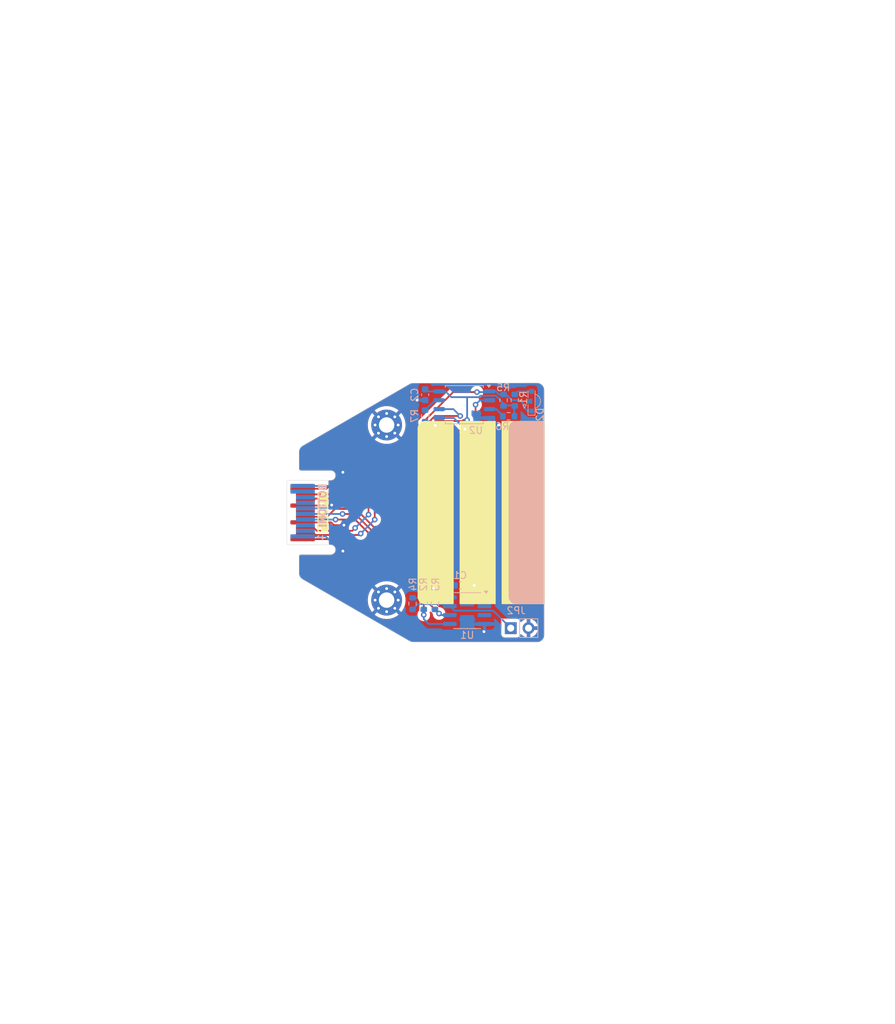
<source format=kicad_pcb>
(kicad_pcb (version 20240108) (generator "pcbnew") (generator_version "8.0")
  (layers (0 "F.Cu" signal) (31 "B.Cu" signal) (34 "B.Paste" user) (35 "F.Paste" user) (36 "B.SilkS" user "B.Silkscreen") (37 "F.SilkS" user "F.Silkscreen") (38 "B.Mask" user) (39 "F.Mask" user) (44 "Edge.Cuts" user))
  (net 0 "")
  (net 1 "+3.3V")
  (net 2 "GND")
  (net 3 "/SDA")
  (net 4 "/SCL")
  (net 8 "/HS_F")
  (net 9 "/HS_G")
  (net 11 "/HS_H")
  (net 12 "/HS_I")
  (net 13 "Net-(D2-A)")
  (net 15 "Net-(JP2-A)")
  (net 19 "/~{WP}")
  (net 20 "/~{HOLD}")
  (footprint "tildagon:hexpansion-edge-connector" (layer "F.Cu") (at 98.25 100)
    (property "Reference" "J1" (hide yes))
    (property "Value" "Hexpansion-Connector" (hide yes))
    (fp_line (start 0 4.4) (end 0 -4.4) (stroke (width 0.05)) (layer "Edge.Cuts"))
    (fp_line (start 6.25 -6) (end 2 -6) (stroke (width 0.05)) (layer "Edge.Cuts"))
    (fp_line (start 6.25 -4.6) (end 0.2 -4.6) (stroke (width 0.05)) (layer "Edge.Cuts"))
    (fp_line (start 6.25 4.6) (end 0.2 4.6) (stroke (width 0.05)) (layer "Edge.Cuts"))
    (fp_line (start 6.25 6) (end 2 6) (stroke (width 0.05)) (layer "Edge.Cuts"))
    (fp_arc (start 0 -4.4) (mid 0.058579 -4.541421) (end 0.2 -4.6) (stroke (width 0.05)) (layer "Edge.Cuts"))
    (fp_arc (start 0.2 4.6) (mid 0.058579 4.541421) (end 0 4.4) (stroke (width 0.05)) (layer "Edge.Cuts"))
    (fp_arc (start 6.25 -6) (mid 6.744975 -5.794975) (end 6.95 -5.3) (stroke (width 0.05)) (layer "Edge.Cuts"))
    (fp_arc (start 6.25 4.6) (mid 6.744975 4.805025) (end 6.95 5.3) (stroke (width 0.05)) (layer "Edge.Cuts"))
    (fp_arc (start 6.95 -5.3) (mid 6.744975 -4.805025) (end 6.25 -4.6) (stroke (width 0.05)) (layer "Edge.Cuts"))
    (fp_arc (start 6.95 5.3) (mid 6.744975 5.794975) (end 6.25 6) (stroke (width 0.05)) (layer "Edge.Cuts"))
    (fp_text user "BOTTOM!" (at 5.7 -4.3 90) (layer "B.SilkS") (effects (font (thickness 0.25) (bold yes)) (justify left bottom mirror)))
    (fp_text user "1" (at 5.2 3.05 90) (layer "B.SilkS") (effects (font (size 0.8 0.8) (thickness 0.2) (bold yes)) (justify left bottom mirror)))
    (fp_text user "^ TOP ^" (at 5.8 2.85 90) (layer "F.SilkS" knockout) (effects (font (thickness 0.25) (bold yes)) (justify left bottom)))
    (pad "1" smd roundrect (at 2.25 3.4) (size 3.5 0.6) (layers "B.Cu" "B.Mask") (net 2 "GND"))
    (pad "2" smd roundrect (at 2.65 2.6) (size 2.7 0.6) (layers "B.Cu" "B.Mask"))
    (pad "3" smd roundrect (at 2.65 1.8) (size 2.7 0.6) (layers "B.Cu" "B.Mask"))
    (pad "4" smd roundrect (at 2.65 1) (size 2.7 0.6) (layers "B.Cu" "B.Mask") (net 3 "/SDA"))
    (pad "5" smd roundrect (at 2.65 0.2) (size 2.7 0.6) (layers "B.Cu" "B.Mask") (net 4 "/SCL"))
    (pad "6" smd roundrect (at 2.65 -0.6) (size 2.7 0.6) (layers "B.Cu" "B.Mask") (net 2 "GND"))
    (pad "7" smd roundrect (at 2.65 -1.4) (size 2.7 0.6) (layers "B.Cu" "B.Mask"))
    (pad "8" smd roundrect (at 2.65 -2.2) (size 2.7 0.6) (layers "B.Cu" "B.Mask"))
    (pad "9" smd roundrect (at 2.25 -3) (size 3.5 0.6) (layers "B.Cu" "B.Mask"))
    (pad "10" smd roundrect (at 2.25 -3.8) (size 3.5 0.6) (layers "B.Cu" "B.Mask") (net 2 "GND"))
    (pad "11" smd roundrect (at 2.25 -3.4 180) (size 3.5 0.6) (layers "F.Cu" "F.Mask") (net 2 "GND"))
    (pad "12" smd roundrect (at 2.65 -2.6 180) (size 2.7 0.6) (layers "F.Cu" "F.Mask") (net 8 "/HS_F"))
    (pad "13" smd roundrect (at 2.65 -1.8 180) (size 2.7 0.6) (layers "F.Cu" "F.Mask") (net 9 "/HS_G"))
    (pad "14" smd roundrect (at 2.25 -1 180) (size 3.5 0.6) (layers "F.Cu" "F.Mask") (net 2 "GND"))
    (pad "15" smd roundrect (at 2.65 -0.2 180) (size 2.7 0.6) (layers "F.Cu" "F.Mask") (net 1 "+3.3V"))
    (pad "16" smd roundrect (at 2.65 0.6 180) (size 2.7 0.6) (layers "F.Cu" "F.Mask") (net 1 "+3.3V"))
    (pad "17" smd roundrect (at 2.25 1.4 180) (size 3.5 0.6) (layers "F.Cu" "F.Mask") (net 2 "GND"))
    (pad "18" smd roundrect (at 2.65 2.2 180) (size 2.7 0.6) (layers "F.Cu" "F.Mask") (net 11 "/HS_H"))
    (pad "19" smd roundrect (at 2.65 3 180) (size 2.7 0.6) (layers "F.Cu" "F.Mask") (net 12 "/HS_I"))
    (pad "20" smd roundrect (at 2.25 3.8 180) (size 3.5 0.6) (layers "F.Cu" "F.Mask") (net 2 "GND"))
  )
  (footprint "MountingHole:MountingHole_2.2mm_M2_Pad_Via" (layer "F.Cu") (at 112.5 87.5)
    (property "Reference" "H2" (hide yes))
    (property "Value" "MountingHole_Pad")
    (pad "1" thru_hole circle (at -1.65 0) (size 0.7 0.7) (drill 0.4) (layers "*.Cu" "*.Mask") (net 2 "GND"))
    (pad "1" thru_hole circle (at -1.166726 -1.166726) (size 0.7 0.7) (drill 0.4) (layers "*.Cu" "*.Mask") (net 2 "GND"))
    (pad "1" thru_hole circle (at -1.166726 1.166726) (size 0.7 0.7) (drill 0.4) (layers "*.Cu" "*.Mask") (net 2 "GND"))
    (pad "1" thru_hole circle (at 0 -1.65) (size 0.7 0.7) (drill 0.4) (layers "*.Cu" "*.Mask") (net 2 "GND"))
    (pad "1" thru_hole circle (at 0 0) (size 4.4 4.4) (drill 2.2) (layers "*.Cu" "*.Mask") (net 2 "GND"))
    (pad "1" thru_hole circle (at 0 1.65) (size 0.7 0.7) (drill 0.4) (layers "*.Cu" "*.Mask") (net 2 "GND"))
    (pad "1" thru_hole circle (at 1.166726 -1.166726) (size 0.7 0.7) (drill 0.4) (layers "*.Cu" "*.Mask") (net 2 "GND"))
    (pad "1" thru_hole circle (at 1.166726 1.166726) (size 0.7 0.7) (drill 0.4) (layers "*.Cu" "*.Mask") (net 2 "GND"))
    (pad "1" thru_hole circle (at 1.65 0) (size 0.7 0.7) (drill 0.4) (layers "*.Cu" "*.Mask") (net 2 "GND"))
  )
  (footprint "MountingHole:MountingHole_2.2mm_M2_Pad_Via" (layer "F.Cu") (at 112.5 112.5)
    (property "Reference" "H1" (hide yes))
    (property "Value" "MountingHole_Pad")
    (pad "1" thru_hole circle (at -1.65 0) (size 0.7 0.7) (drill 0.4) (layers "*.Cu" "*.Mask") (net 2 "GND"))
    (pad "1" thru_hole circle (at -1.166726 -1.166726) (size 0.7 0.7) (drill 0.4) (layers "*.Cu" "*.Mask") (net 2 "GND"))
    (pad "1" thru_hole circle (at -1.166726 1.166726) (size 0.7 0.7) (drill 0.4) (layers "*.Cu" "*.Mask") (net 2 "GND"))
    (pad "1" thru_hole circle (at 0 -1.65) (size 0.7 0.7) (drill 0.4) (layers "*.Cu" "*.Mask") (net 2 "GND"))
    (pad "1" thru_hole circle (at 0 0) (size 4.4 4.4) (drill 2.2) (layers "*.Cu" "*.Mask") (net 2 "GND"))
    (pad "1" thru_hole circle (at 0 1.65) (size 0.7 0.7) (drill 0.4) (layers "*.Cu" "*.Mask") (net 2 "GND"))
    (pad "1" thru_hole circle (at 1.166726 -1.166726) (size 0.7 0.7) (drill 0.4) (layers "*.Cu" "*.Mask") (net 2 "GND"))
    (pad "1" thru_hole circle (at 1.166726 1.166726) (size 0.7 0.7) (drill 0.4) (layers "*.Cu" "*.Mask") (net 2 "GND"))
    (pad "1" thru_hole circle (at 1.65 0) (size 0.7 0.7) (drill 0.4) (layers "*.Cu" "*.Mask") (net 2 "GND"))
  )
  (footprint "extras:floppy_12mm" (layer "B.Cu") (at 117 100 180)
    (property "Reference" "H3" (hide yes))
    (property "Value" "MountingHole" (hide yes))
  )
  (footprint "Resistor_SMD:R_0603_1608Metric" (layer "B.Cu") (at 129.925 86.25 180)
    (property "Reference" "R6" (at 0.9 -1.45 0) (layer "B.SilkS") (effects (justify mirror)))
    (property "Value" "10kΩ")
    (fp_line (start 0.237258 0.5225) (end -0.237258 0.5225) (stroke (width 0.12)) (layer "B.SilkS"))
    (fp_line (start 0.237258 -0.5225) (end -0.237258 -0.5225) (stroke (width 0.12)) (layer "B.SilkS"))
    (pad "1" smd roundrect (at -0.825 0 180) (size 0.8 0.95) (layers "B.Cu" "B.Paste" "B.Mask") (net 1 "+3.3V"))
    (pad "2" smd roundrect (at 0.825 0 180) (size 0.8 0.95) (layers "B.Cu" "B.Paste" "B.Mask") (net 19 "/~{WP}"))
  )
  (footprint "Resistor_SMD:R_0603_1608Metric" (layer "B.Cu") (at 116.2 113 -90)
    (property "Reference" "R4" (at -2.75 -0.05 90) (layer "B.SilkS") (effects (justify mirror)))
    (property "Value" "2.2kΩ")
    (fp_line (start 0.237258 0.5225) (end -0.237258 0.5225) (stroke (width 0.12)) (layer "B.SilkS"))
    (fp_line (start 0.237258 -0.5225) (end -0.237258 -0.5225) (stroke (width 0.12)) (layer "B.SilkS"))
    (pad "1" smd roundrect (at -0.825 0 270) (size 0.8 0.95) (layers "B.Cu" "B.Paste" "B.Mask") (net 1 "+3.3V"))
    (pad "2" smd roundrect (at 0.825 0 270) (size 0.8 0.95) (layers "B.Cu" "B.Paste" "B.Mask") (net 15 "Net-(JP2-A)"))
  )
  (footprint "Resistor_SMD:R_0603_1608Metric" (layer "B.Cu") (at 118 86.2 90)
    (property "Reference" "R7" (at 0 -1.5 -90) (layer "B.SilkS") (effects (justify mirror)))
    (property "Value" "10kΩ")
    (fp_line (start 0.237258 -0.5225) (end -0.237258 -0.5225) (stroke (width 0.12)) (layer "B.SilkS"))
    (fp_line (start 0.237258 0.5225) (end -0.237258 0.5225) (stroke (width 0.12)) (layer "B.SilkS"))
    (pad "1" smd roundrect (at -0.825 0 90) (size 0.8 0.95) (layers "B.Cu" "B.Paste" "B.Mask") (net 1 "+3.3V"))
    (pad "2" smd roundrect (at 0.825 0 90) (size 0.8 0.95) (layers "B.Cu" "B.Paste" "B.Mask") (net 20 "/~{HOLD}"))
  )
  (footprint "Resistor_SMD:R_0603_1608Metric" (layer "B.Cu") (at 119.4 113 -90)
    (property "Reference" "R3" (at -2.75 -0.1 90) (layer "B.SilkS") (effects (justify mirror)))
    (property "Value" "2.2kΩ")
    (fp_line (start 0.237258 0.5225) (end -0.237258 0.5225) (stroke (width 0.12)) (layer "B.SilkS"))
    (fp_line (start 0.237258 -0.5225) (end -0.237258 -0.5225) (stroke (width 0.12)) (layer "B.SilkS"))
    (pad "1" smd roundrect (at -0.825 0 270) (size 0.8 0.95) (layers "B.Cu" "B.Paste" "B.Mask") (net 1 "+3.3V"))
    (pad "2" smd roundrect (at 0.825 0 270) (size 0.8 0.95) (layers "B.Cu" "B.Paste" "B.Mask") (net 4 "/SCL"))
  )
  (footprint "Connector_PinHeader_2.54mm:PinHeader_1x02_P2.54mm_Vertical" (layer "B.Cu") (at 130.225 116.5 -90)
    (property "Reference" "JP2" (at -2.5 -0.775 0) (layer "B.SilkS") (effects (justify mirror)))
    (property "Value" "WRITE ID")
    (fp_line (start -1.33 1.33) (end -1.33 0) (stroke (width 0.12)) (layer "B.SilkS"))
    (fp_line (start 0 1.33) (end -1.33 1.33) (stroke (width 0.12)) (layer "B.SilkS"))
    (fp_line (start 1.33 -1.27) (end -1.33 -1.27) (stroke (width 0.12)) (layer "B.SilkS"))
    (fp_line (start -1.33 -3.87) (end -1.33 -1.27) (stroke (width 0.12)) (layer "B.SilkS"))
    (fp_line (start 1.33 -3.87) (end 1.33 -1.27) (stroke (width 0.12)) (layer "B.SilkS"))
    (fp_line (start 1.33 -3.87) (end -1.33 -3.87) (stroke (width 0.12)) (layer "B.SilkS"))
    (pad "1" thru_hole rect (at 0 0 270) (size 1.7 1.7) (drill 1) (layers "*.Cu" "*.Mask") (net 15 "Net-(JP2-A)"))
    (pad "2" thru_hole oval (at 0 -2.54 270) (size 1.7 1.7) (drill 1) (layers "*.Cu" "*.Mask") (net 2 "GND"))
  )
  (footprint "Resistor_SMD:R_0603_1608Metric" (layer "B.Cu") (at 130.8 83.95 90)
    (property "Reference" "R1" (at 0.35 1.25 -90) (layer "B.SilkS") (effects (justify mirror)))
    (property "Value" "470Ω")
    (fp_line (start 0.237258 -0.5225) (end -0.237258 -0.5225) (stroke (width 0.12)) (layer "B.SilkS"))
    (fp_line (start 0.237258 0.5225) (end -0.237258 0.5225) (stroke (width 0.12)) (layer "B.SilkS"))
    (pad "1" smd roundrect (at -0.825 0 90) (size 0.8 0.95) (layers "B.Cu" "B.Paste" "B.Mask") (net 1 "+3.3V"))
    (pad "2" smd roundrect (at 0.825 0 90) (size 0.8 0.95) (layers "B.Cu" "B.Paste" "B.Mask") (net 13 "Net-(D2-A)"))
  )
  (footprint "Resistor_SMD:R_0603_1608Metric" (layer "B.Cu") (at 117.8 113 -90)
    (property "Reference" "R2" (at -2.75 0.05 90) (layer "B.SilkS") (effects (justify mirror)))
    (property "Value" "2.2kΩ")
    (fp_line (start 0.237258 0.5225) (end -0.237258 0.5225) (stroke (width 0.12)) (layer "B.SilkS"))
    (fp_line (start 0.237258 -0.5225) (end -0.237258 -0.5225) (stroke (width 0.12)) (layer "B.SilkS"))
    (pad "1" smd roundrect (at -0.825 0 270) (size 0.8 0.95) (layers "B.Cu" "B.Paste" "B.Mask") (net 1 "+3.3V"))
    (pad "2" smd roundrect (at 0.825 0 270) (size 0.8 0.95) (layers "B.Cu" "B.Paste" "B.Mask") (net 3 "/SDA"))
  )
  (footprint "Capacitor_SMD:C_0603_1608Metric" (layer "B.Cu") (at 118 83.175 90)
    (property "Reference" "C2" (at 0 -1.5 -90) (layer "B.SilkS") (effects (justify mirror)))
    (property "Value" "100nF")
    (fp_line (start 0.14058 -0.51) (end -0.14058 -0.51) (stroke (width 0.12)) (layer "B.SilkS"))
    (fp_line (start 0.14058 0.51) (end -0.14058 0.51) (stroke (width 0.12)) (layer "B.SilkS"))
    (pad "1" smd roundrect (at -0.775 0 90) (size 0.9 0.95) (layers "B.Cu" "B.Paste" "B.Mask") (net 2 "GND"))
    (pad "2" smd roundrect (at 0.775 0 90) (size 0.9 0.95) (layers "B.Cu" "B.Paste" "B.Mask") (net 1 "+3.3V"))
  )
  (footprint "Capacitor_SMD:C_0603_1608Metric" (layer "B.Cu") (at 123 110.4 180)
    (property "Reference" "C1" (at 0 1.43 180) (layer "B.SilkS") (effects (justify mirror)))
    (property "Value" "100nF")
    (fp_line (start 0.14058 0.51) (end -0.14058 0.51) (stroke (width 0.12)) (layer "B.SilkS"))
    (fp_line (start 0.14058 -0.51) (end -0.14058 -0.51) (stroke (width 0.12)) (layer "B.SilkS"))
    (pad "1" smd roundrect (at -0.775 0 180) (size 0.9 0.95) (layers "B.Cu" "B.Paste" "B.Mask") (net 2 "GND"))
    (pad "2" smd roundrect (at 0.775 0 180) (size 0.9 0.95) (layers "B.Cu" "B.Paste" "B.Mask") (net 1 "+3.3V"))
  )
  (footprint "extras:LED_1204_Sideview" (layer "B.Cu") (at 133.2 84.1 -90)
    (property "Reference" "D2" (at 1.9 -1.2 90) (layer "B.SilkS") (effects (justify mirror)))
    (property "Value" "LED_Pad")
    (fp_line (start 0.5 1.25) (end 1 1) (stroke (width 0.1)) (layer "B.SilkS"))
    (fp_line (start 1 1) (end 0.5 0.75) (stroke (width 0.1)) (layer "B.SilkS"))
    (fp_line (start 0.5 0.75) (end 0.5 1.25) (stroke (width 0.1)) (layer "B.SilkS"))
    (fp_line (start -0.5 0.5) (end -1.5 0.5) (stroke (width 0.1)) (layer "B.SilkS"))
    (fp_line (start 2 0.5) (end 0.5 0.5) (stroke (width 0.1)) (layer "B.SilkS"))
    (fp_line (start -1.5 -0.5) (end 2 -0.5) (stroke (width 0.1)) (layer "B.SilkS"))
    (fp_line (start 2 -0.5) (end 2 0.5) (stroke (width 0.1)) (layer "B.SilkS"))
    (fp_arc (start -1 -0.5) (mid 0 -1.280776) (end 1 -0.5) (stroke (width 0.1)) (layer "B.SilkS"))
    (pad "1" smd rect (at 1.4 0 270) (size 0.7 0.7) (layers "B.Cu" "B.Paste" "B.Mask") (net 8 "/HS_F"))
    (pad "2" smd rect (at -1.4 0 270) (size 0.7 0.7) (layers "B.Cu" "B.Paste" "B.Mask") (net 13 "Net-(D2-A)"))
    (pad "3" smd rect (at 0 0.225 270) (size 0.7 0.65) (layers "B.Cu" "B.Paste" "B.Mask"))
  )
  (footprint "Resistor_SMD:R_0603_1608Metric" (layer "B.Cu") (at 129.2 83.95 90)
    (property "Reference" "R5" (at 1.8 -0.05 0) (layer "B.SilkS") (effects (justify mirror)))
    (property "Value" "10kΩ")
    (fp_line (start 0.237258 -0.5225) (end -0.237258 -0.5225) (stroke (width 0.12)) (layer "B.SilkS"))
    (fp_line (start 0.237258 0.5225) (end -0.237258 0.5225) (stroke (width 0.12)) (layer "B.SilkS"))
    (pad "1" smd roundrect (at -0.825 0 90) (size 0.8 0.95) (layers "B.Cu" "B.Paste" "B.Mask") (net 1 "+3.3V"))
    (pad "2" smd roundrect (at 0.825 0 90) (size 0.8 0.95) (layers "B.Cu" "B.Paste" "B.Mask") (net 8 "/HS_F"))
  )
  (footprint "Package_SO:SOIC-8_5.23x5.23mm_P1.27mm" (layer "B.Cu") (at 123.6 84.6 180)
    (property "Reference" "U2" (at -1.65 -3.65 180) (layer "B.SilkS") (effects (justify mirror)))
    (property "Value" "W25Q128JVSIQ")
    (fp_line (start 2.725 2.725) (end 0 2.725) (stroke (width 0.12)) (layer "B.SilkS"))
    (fp_line (start 2.725 2.465) (end 2.725 2.725) (stroke (width 0.12)) (layer "B.SilkS"))
    (fp_line (start 2.725 -2.465) (end 2.725 -2.725) (stroke (width 0.12)) (layer "B.SilkS"))
    (fp_line (start 2.725 -2.725) (end 0 -2.725) (stroke (width 0.12)) (layer "B.SilkS"))
    (fp_line (start -2.725 2.725) (end 0 2.725) (stroke (width 0.12)) (layer "B.SilkS"))
    (fp_line (start -2.725 2.465) (end -2.725 2.725) (stroke (width 0.12)) (layer "B.SilkS"))
    (fp_line (start -2.725 -2.465) (end -2.725 -2.725) (stroke (width 0.12)) (layer "B.SilkS"))
    (fp_line (start -2.725 -2.725) (end 0 -2.725) (stroke (width 0.12)) (layer "B.SilkS"))
    (fp_poly (pts (xy -3.5075 2.465) (xy -3.7475 2.795) (xy -3.2675 2.795) (xy -3.5075 2.465)) (stroke (width 0.12)) (fill solid) (layer "B.SilkS"))
    (pad "1" smd roundrect (at -3.6 1.905 180) (size 1.6 0.6) (layers "B.Cu" "B.Paste" "B.Mask") (net 8 "/HS_F"))
    (pad "2" smd roundrect (at -3.6 0.635 180) (size 1.6 0.6) (layers "B.Cu" "B.Paste" "B.Mask") (net 12 "/HS_I"))
    (pad "3" smd roundrect (at -3.6 -0.635 180) (size 1.6 0.6) (layers "B.Cu" "B.Paste" "B.Mask") (net 19 "/~{WP}"))
    (pad "4" smd roundrect (at -3.6 -1.905 180) (size 1.6 0.6) (layers "B.Cu" "B.Paste" "B.Mask") (net 2 "GND"))
    (pad "5" smd roundrect (at 3.6 -1.905 180) (size 1.6 0.6) (layers "B.Cu" "B.Paste" "B.Mask") (net 11 "/HS_H"))
    (pad "6" smd roundrect (at 3.6 -0.635 180) (size 1.6 0.6) (layers "B.Cu" "B.Paste" "B.Mask") (net 9 "/HS_G"))
    (pad "7" smd roundrect (at 3.6 0.635 180) (size 1.6 0.6) (layers "B.Cu" "B.Paste" "B.Mask") (net 20 "/~{HOLD}"))
    (pad "8" smd roundrect (at 3.6 1.905 180) (size 1.6 0.6) (layers "B.Cu" "B.Paste" "B.Mask") (net 1 "+3.3V"))
  )
  (footprint "Package_SO:SOIC-8_3.9x4.9mm_P1.27mm" (layer "B.Cu") (at 124 114 180)
    (property "Reference" "U1" (at 0 -3.5 180) (layer "B.SilkS") (effects (justify mirror)))
    (property "Value" "M24C01-RMN")
    (fp_line (start 1.95 2.56) (end 0 2.56) (stroke (width 0.12)) (layer "B.SilkS"))
    (fp_line (start 1.95 -2.56) (end 0 -2.56) (stroke (width 0.12)) (layer "B.SilkS"))
    (fp_line (start -1.95 2.56) (end 0 2.56) (stroke (width 0.12)) (layer "B.SilkS"))
    (fp_line (start -1.95 -2.56) (end 0 -2.56) (stroke (width 0.12)) (layer "B.SilkS"))
    (fp_poly (pts (xy -2.7 2.465) (xy -2.94 2.795) (xy -2.46 2.795) (xy -2.7 2.465)) (stroke (width 0.12)) (fill solid) (layer "B.SilkS"))
    (pad "1" smd roundrect (at -2.475 1.905 180) (size 1.95 0.6) (layers "B.Cu" "B.Paste" "B.Mask"))
    (pad "2" smd roundrect (at -2.475 0.635 180) (size 1.95 0.6) (layers "B.Cu" "B.Paste" "B.Mask"))
    (pad "3" smd roundrect (at -2.475 -0.635 180) (size 1.95 0.6) (layers "B.Cu" "B.Paste" "B.Mask"))
    (pad "4" smd roundrect (at -2.475 -1.905 180) (size 1.95 0.6) (layers "B.Cu" "B.Paste" "B.Mask") (net 2 "GND"))
    (pad "5" smd roundrect (at 2.475 -1.905 180) (size 1.95 0.6) (layers "B.Cu" "B.Paste" "B.Mask") (net 3 "/SDA"))
    (pad "6" smd roundrect (at 2.475 -0.635 180) (size 1.95 0.6) (layers "B.Cu" "B.Paste" "B.Mask") (net 4 "/SCL"))
    (pad "7" smd roundrect (at 2.475 0.635 180) (size 1.95 0.6) (layers "B.Cu" "B.Paste" "B.Mask") (net 15 "Net-(JP2-A)"))
    (pad "8" smd roundrect (at 2.475 1.905 180) (size 1.95 0.6) (layers "B.Cu" "B.Paste" "B.Mask") (net 1 "+3.3V"))
  )
  (gr_rect (start 131 87) (end 135 113) (stroke (width 0.15)) (fill solid) (layer "B.SilkS"))
  (gr_circle (center 131 112) (end 132 112) (stroke (width 0.15)) (fill solid) (layer "B.SilkS"))
  (gr_rect (start 130 88) (end 131 112) (stroke (width 0.15)) (fill solid) (layer "B.SilkS"))
  (gr_circle (center 131 88) (end 132 88) (stroke (width 0.15)) (fill solid) (layer "B.SilkS"))
  (gr_rect (start 123 87) (end 128 113) (stroke (width 0.15)) (fill solid) (layer "F.SilkS"))
  (gr_rect (start 117 88) (end 122 112) (stroke (width 0.15)) (fill solid) (layer "F.SilkS"))
  (gr_rect (start 129 87) (end 135 113) (stroke (width 0.15)) (fill solid) (layer "F.SilkS"))
  (gr_rect (start 118 87) (end 122 88) (stroke (width 0.15)) (fill solid) (layer "F.SilkS"))
  (gr_circle (center 118 112) (end 119 112) (stroke (width 0.15)) (fill solid) (layer "F.SilkS"))
  (gr_circle (center 118 88) (end 119 88) (stroke (width 0.15)) (fill solid) (layer "F.SilkS"))
  (gr_rect (start 118 112) (end 122 113) (stroke (width 0.15)) (fill solid) (layer "F.SilkS"))
  (gr_arc (start 135 117.498694) (mid 134.706645 118.206262) (end 133.998695 118.498693) (stroke (width 0.05)) (layer "Edge.Cuts"))
  (gr_line (start 100.5 90.473725) (end 115.76855 81.658422) (stroke (width 0.05)) (layer "Edge.Cuts"))
  (gr_arc (start 100.25 94) (mid 100.073223 93.926777) (end 100 93.75) (stroke (width 0.05)) (layer "Edge.Cuts"))
  (gr_line (start 116.267245 81.524448) (end 133.998695 81.501307) (stroke (width 0.05)) (layer "Edge.Cuts"))
  (gr_arc (start 115.76855 81.658422) (mid 116.009101 81.558698) (end 116.267245 81.524448) (stroke (width 0.05)) (layer "Edge.Cuts"))
  (gr_line (start 100.5 109.526269) (end 115.76855 118.341572) (stroke (width 0.05)) (layer "Edge.Cuts"))
  (gr_arc (start 133.998695 81.501307) (mid 134.706645 81.793738) (end 135 82.501306) (stroke (width 0.05)) (layer "Edge.Cuts"))
  (gr_line (start 100 93.75) (end 100 91.33975) (stroke (width 0.05)) (layer "Edge.Cuts"))
  (gr_arc (start 116.267245 118.475546) (mid 116.009105 118.441293) (end 115.76855 118.341572) (stroke (width 0.05)) (layer "Edge.Cuts"))
  (gr_arc (start 100 91.33975) (mid 100.133975 90.83975) (end 100.5 90.473725) (stroke (width 0.05)) (layer "Edge.Cuts"))
  (gr_line (start 100 106.25) (end 100 108.660243) (stroke (width 0.05)) (layer "Edge.Cuts"))
  (gr_arc (start 100 106.25) (mid 100.073223 106.073223) (end 100.25 106) (stroke (width 0.05)) (layer "Edge.Cuts"))
  (gr_arc (start 100.5 109.526269) (mid 100.133975 109.160243) (end 100 108.660243) (stroke (width 0.05)) (layer "Edge.Cuts"))
  (gr_line (start 133.998695 118.498693) (end 116.267245 118.475546) (stroke (width 0.05)) (layer "Edge.Cuts"))
  (gr_line (start 135 82.501306) (end 135 117.498694) (stroke (width 0.05)) (layer "Edge.Cuts"))
  (segment (start 104 100.6) (end 100.9 100.6) (width 0.25) (layer "F.Cu") (net 1))
  (segment (start 119.2 110.8) (end 119.2 110.6) (width 0.25) (layer "F.Cu") (net 1))
  (segment (start 118.825 87.575) (end 118.75 87.65) (width 0.25) (layer "F.Cu") (net 1))
  (segment (start 118.75 87.65) (end 106.925 99.475) (width 0.25) (layer "F.Cu") (net 1))
  (segment (start 105.125 99.475) (end 104 100.6) (width 0.25) (layer "F.Cu") (net 1))
  (segment (start 100.9 99.8) (end 100.9 100.6) (width 0.25) (layer "F.Cu") (net 1))
  (segment (start 119.2 110.6) (end 108.075 99.475) (width 0.25) (layer "F.Cu") (net 1))
  (segment (start 123.987347 86.787347) (end 123.463264 86.787347) (width 0.25) (layer "F.Cu") (net 1))
  (segment (start 123.312958 86.937653) (end 119.462347 86.937653) (width 0.25) (layer "F.Cu") (net 1))
  (segment (start 106.2 99.475) (end 105.125 99.475) (width 0.25) (layer "F.Cu") (net 1))
  (segment (start 108.075 99.475) (end 106.2 99.475) (width 0.25) (layer "F.Cu") (net 1))
  (segment (start 119.462347 86.937653) (end 118.75 87.65) (width 0.25) (layer "F.Cu") (net 1))
  (segment (start 106.925 99.475) (end 106.2 99.475) (width 0.25) (layer "F.Cu") (net 1))
  (segment (start 119.45 87.575) (end 118.825 87.575) (width 0.25) (layer "F.Cu") (net 1))
  (segment (start 123.463264 86.787347) (end 123.312958 86.937653) (width 0.25) (layer "F.Cu") (net 1))
  (via (at 119.45 87.575) (size 0.8) (drill 0.4) (layers "F.Cu" "B.Cu") (net 1))
  (via (at 119.2 110.8) (size 0.8) (drill 0.4) (layers "F.Cu" "B.Cu") (net 1))
  (via (at 123.987347 86.787347) (size 0.8) (drill 0.4) (layers "F.Cu" "B.Cu") (net 1))
  (segment (start 125.905305 83.32) (end 128.095 83.32) (width 0.25) (layer "B.Cu") (net 1))
  (segment (start 125.700305 83.525) (end 125.905305 83.32) (width 0.25) (layer "B.Cu") (net 1))
  (segment (start 124 83.525) (end 121.725 83.525) (width 0.25) (layer "B.Cu") (net 1))
  (segment (start 120.895 82.695) (end 120 82.695) (width 0.25) (layer "B.Cu") (net 1))
  (segment (start 121.525 112.095) (end 120.495 112.095) (width 0.25) (layer "B.Cu") (net 1))
  (segment (start 118 87.025) (end 118.9 87.025) (width 0.25) (layer "B.Cu") (net 1))
  (segment (start 120.495 112.095) (end 119.2 110.8) (width 0.25) (layer "B.Cu") (net 1))
  (segment (start 124 83.525) (end 125.700305 83.525) (width 0.25) (layer "B.Cu") (net 1))
  (segment (start 118.9 87.025) (end 119.45 87.575) (width 0.25) (layer "B.Cu") (net 1))
  (segment (start 116.2 112.175) (end 117.8 112.175) (width 0.25) (layer "B.Cu") (net 1))
  (segment (start 124 86.774694) (end 123.987347 86.787347) (width 0.25) (layer "B.Cu") (net 1))
  (segment (start 121.525 112.095) (end 121.525 111.1) (width 0.25) (layer "B.Cu") (net 1))
  (segment (start 129.475 84.7) (end 130.725 84.7) (width 0.25) (layer "B.Cu") (net 1))
  (segment (start 119.4 112.175) (end 117.8 112.175) (width 0.25) (layer "B.Cu") (net 1))
  (segment (start 128.095 83.32) (end 129.475 84.7) (width 0.25) (layer "B.Cu") (net 1))
  (segment (start 120 82.695) (end 118.295 82.695) (width 0.25) (layer "B.Cu") (net 1))
  (segment (start 119.48 112.095) (end 119.4 112.175) (width 0.25) (layer "B.Cu") (net 1))
  (segment (start 121.525 111.1) (end 122.225 110.4) (width 0.25) (layer "B.Cu") (net 1))
  (segment (start 121.725 83.525) (end 120.895 82.695) (width 0.25) (layer "B.Cu") (net 1))
  (segment (start 118.295 82.695) (end 118 82.4) (width 0.25) (layer "B.Cu") (net 1))
  (segment (start 130.725 84.7) (end 130.725 86.15) (width 0.25) (layer "B.Cu") (net 1))
  (segment (start 124 83.525) (end 124 86.774694) (width 0.25) (layer "B.Cu") (net 1))
  (segment (start 121.525 112.095) (end 119.48 112.095) (width 0.25) (layer "B.Cu") (net 1))
  (segment (start 103.9 96.6) (end 106.25 94.25) (width 0.25) (layer "F.Cu") (net 2))
  (segment (start 104.974695 101.8) (end 106.4 101.8) (width 0.25) (layer "F.Cu") (net 2))
  (segment (start 104.574695 101.4) (end 104.974695 101.8) (width 0.25) (layer "F.Cu") (net 2))
  (segment (start 104.577786 99) (end 104.653681 98.924105) (width 0.25) (layer "F.Cu") (net 2))
  (segment (start 100.5 96.6) (end 103.9 96.6) (width 0.25) (layer "F.Cu") (net 2))
  (segment (start 100.5 103.8) (end 104.55 103.8) (width 0.25) (layer "F.Cu") (net 2))
  (segment (start 104.55 103.8) (end 106.25 105.5) (width 0.25) (layer "F.Cu") (net 2))
  (segment (start 100.5 99) (end 104.577786 99) (width 0.25) (layer "F.Cu") (net 2))
  (segment (start 100.5 101.4) (end 104.574695 101.4) (width 0.25) (layer "F.Cu") (net 2))
  (via (at 106.4 101.8) (size 0.8) (drill 0.4) (layers "F.Cu" "B.Cu") (net 2))
  (via (at 106.25 105.5) (size 0.8) (drill 0.4) (layers "F.Cu" "B.Cu") (net 2))
  (via (at 116.85 83.95) (size 0.8) (drill 0.4) (layers "F.Cu" "B.Cu") (net 2))
  (via (at 106.25 94.25) (size 0.8) (drill 0.4) (layers "F.Cu" "B.Cu") (net 2))
  (via (at 128.5 87.5) (size 0.8) (drill 0.4) (layers "F.Cu" "B.Cu") (net 2))
  (via (at 126.4 117) (size 0.8) (drill 0.4) (layers "F.Cu" "B.Cu") (net 2))
  (via (at 104.653681 98.924105) (size 0.8) (drill 0.4) (layers "F.Cu" "B.Cu") (net 2))
  (via (at 125 110.4) (size 0.8) (drill 0.4) (layers "F.Cu" "B.Cu") (net 2))
  (segment (start 100.5 96.2) (end 104.3 96.2) (width 0.25) (layer "B.Cu") (net 2))
  (segment (start 118 83.95) (end 116.85 83.95) (width 0.25) (layer "B.Cu") (net 2))
  (segment (start 100.9 99.4) (end 104.177786 99.4) (width 0.25) (layer "B.Cu") (net 2))
  (segment (start 104.177786 99.4) (end 104.653681 98.924105) (width 0.25) (layer "B.Cu") (net 2))
  (segment (start 127.505 86.505) (end 127.2 86.505) (width 0.25) (layer "B.Cu") (net 2))
  (segment (start 126.475 116.925) (end 126.4 117) (width 0.25) (layer "B.Cu") (net 2))
  (segment (start 128.5 87.5) (end 127.505 86.505) (width 0.25) (layer "B.Cu") (net 2))
  (segment (start 123.775 110.4) (end 125 110.4) (width 0.25) (layer "B.Cu") (net 2))
  (segment (start 103.778092 103.4) (end 105.878092 105.5) (width 0.25) (layer "B.Cu") (net 2))
  (segment (start 104.3 96.2) (end 106.25 94.25) (width 0.25) (layer "B.Cu") (net 2))
  (segment (start 105.878092 105.5) (end 106.25 105.5) (width 0.25) (layer "B.Cu") (net 2))
  (segment (start 100.5 103.4) (end 103.778092 103.4) (width 0.25) (layer "B.Cu") (net 2))
  (segment (start 126.475 115.905) (end 126.475 116.925) (width 0.25) (layer "B.Cu") (net 2))
  (segment (start 117.8 110.8) (end 108 101) (width 0.25) (layer "F.Cu") (net 3))
  (segment (start 117.8 114.6) (end 117.8 110.8) (width 0.25) (layer "F.Cu") (net 3))
  (segment (start 108 101) (end 105.2 101) (width 0.25) (layer "F.Cu") (net 3))
  (via (at 117.8 114.6) (size 0.8) (drill 0.4) (layers "F.Cu" "B.Cu") (net 3))
  (via (at 105.2 101) (size 0.8) (drill 0.4) (layers "F.Cu" "B.Cu") (net 3))
  (segment (start 121.525 115.905) (end 118.505 115.905) (width 0.25) (layer "B.Cu") (net 3))
  (segment (start 118.505 115.905) (end 117.8 115.2) (width 0.25) (layer "B.Cu") (net 3))
  (segment (start 105.2 101) (end 100.9 101) (width 0.25) (layer "B.Cu") (net 3))
  (segment (start 117.8 115.2) (end 117.8 113.825) (width 0.25) (layer "B.Cu") (net 3))
  (segment (start 108 100.2) (end 106.2 100.2) (width 0.25) (layer "F.Cu") (net 4))
  (segment (start 119.9875 114.4125) (end 118.4 112.825) (width 0.25) (layer "F.Cu") (net 4))
  (segment (start 118.4 110.6) (end 108 100.2) (width 0.25) (layer "F.Cu") (net 4))
  (segment (start 118.4 112.825) (end 118.4 110.6) (width 0.25) (layer "F.Cu") (net 4))
  (via (at 119.9875 114.4125) (size 0.8) (drill 0.4) (layers "F.Cu" "B.Cu") (net 4))
  (via (at 106.2 100.2) (size 0.8) (drill 0.4) (layers "F.Cu" "B.Cu") (net 4))
  (segment (start 121.525 114.635) (end 120.21 114.635) (width 0.25) (layer "B.Cu") (net 4))
  (segment (start 106.2 100.2) (end 100.9 100.2) (width 0.25) (layer "B.Cu") (net 4))
  (segment (start 120.21 114.635) (end 119.4 113.825) (width 0.25) (layer "B.Cu") (net 4))
  (segment (start 100.9 97.4) (end 107.4 97.4) (width 0.25) (layer "F.Cu") (net 8))
  (segment (start 122 82.8) (end 125.4 82.8) (width 0.25) (layer "F.Cu") (net 8))
  (segment (start 107.4 97.4) (end 122 82.8) (width 0.25) (layer "F.Cu") (net 8))
  (via (at 125.4 82.8) (size 0.8) (drill 0.4) (layers "F.Cu" "B.Cu") (net 8))
  (segment (start 125.4 82.8) (end 127.095 82.8) (width 0.25) (layer "B.Cu") (net 8))
  (segment (start 132.6 85.5) (end 133.2 85.5) (width 0.25) (layer "B.Cu") (net 8))
  (segment (start 128.536396 83.125) (end 129.55 83.125) (width 0.25) (layer "B.Cu") (net 8))
  (segment (start 130.375 83.95) (end 131.55 83.95) (width 0.25) (layer "B.Cu") (net 8))
  (segment (start 132.1 85) (end 132.6 85.5) (width 0.25) (layer "B.Cu") (net 8))
  (segment (start 129.55 83.125) (end 130.375 83.95) (width 0.25) (layer "B.Cu") (net 8))
  (segment (start 132.1 84.5) (end 132.1 85) (width 0.25) (layer "B.Cu") (net 8))
  (segment (start 128.106396 82.695) (end 128.536396 83.125) (width 0.25) (layer "B.Cu") (net 8))
  (segment (start 127.2 82.695) (end 128.106396 82.695) (width 0.25) (layer "B.Cu") (net 8))
  (segment (start 127.095 82.8) (end 127.2 82.695) (width 0.25) (layer "B.Cu") (net 8))
  (segment (start 131.55 83.95) (end 132.1 84.5) (width 0.25) (layer "B.Cu") (net 8))
  (segment (start 100.9 98.2) (end 102.125908 98.2) (width 0.25) (layer "F.Cu") (net 9))
  (segment (start 102.325908 98) (end 107.6 98) (width 0.25) (layer "F.Cu") (net 9))
  (segment (start 107.6 98) (end 119.387347 86.212653) (width 0.25) (layer "F.Cu") (net 9))
  (segment (start 102.125908 98.2) (end 102.325908 98) (width 0.25) (layer "F.Cu") (net 9))
  (segment (start 119.387347 86.212653) (end 123.012653 86.212653) (width 0.25) (layer "F.Cu") (net 9))
  (via (at 123.012653 86.212653) (size 0.8) (drill 0.4) (layers "F.Cu" "B.Cu") (net 9))
  (segment (start 122.035 85.235) (end 120 85.235) (width 0.25) (layer "B.Cu") (net 9))
  (segment (start 123.012653 86.212653) (end 122.035 85.235) (width 0.25) (layer "B.Cu") (net 9))
  (segment (start 109.912653 97.287347) (end 109.912653 100.287347) (width 0.25) (layer "F.Cu") (net 11))
  (segment (start 107.6 102.6) (end 102.525908 102.6) (width 0.25) (layer "F.Cu") (net 11))
  (segment (start 102.525908 102.6) (end 102.125908 102.2) (width 0.25) (layer "F.Cu") (net 11))
  (segment (start 102.125908 102.2) (end 100.9 102.2) (width 0.25) (layer "F.Cu") (net 11))
  (segment (start 123.687347 88.087347) (end 123.474694 88.3) (width 0.25) (layer "F.Cu") (net 11))
  (segment (start 123.474694 88.3) (end 118.9 88.3) (width 0.25) (layer "F.Cu") (net 11))
  (segment (start 108 102.2) (end 107.6 102.6) (width 0.25) (layer "F.Cu") (net 11))
  (segment (start 118.9 88.3) (end 109.912653 97.287347) (width 0.25) (layer "F.Cu") (net 11))
  (via (at 108 102.2) (size 0.8) (drill 0.4) (layers "F.Cu" "B.Cu") (net 11))
  (via (at 123.687347 88.087347) (size 0.8) (drill 0.4) (layers "F.Cu" "B.Cu") (net 11))
  (via (at 109.912653 100.287347) (size 0.8) (drill 0.4) (layers "F.Cu" "B.Cu") (net 11))
  (segment (start 108 102.2) (end 109.912653 100.287347) (width 0.25) (layer "B.Cu") (net 11))
  (segment (start 123.687347 88.087347) (end 122.105 86.505) (width 0.25) (layer "B.Cu") (net 11))
  (segment (start 122.105 86.505) (end 120 86.505) (width 0.25) (layer "B.Cu") (net 11))
  (segment (start 123.987652 88.812347) (end 125.2 87.599999) (width 0.25) (layer "F.Cu") (net 12))
  (segment (start 119.187653 88.812347) (end 123.987652 88.812347) (width 0.25) (layer "F.Cu") (net 12))
  (segment (start 108.6 103.2) (end 108.8 103) (width 0.25) (layer "F.Cu") (net 12))
  (segment (start 102.325908 103.2) (end 108.6 103.2) (width 0.25) (layer "F.Cu") (net 12))
  (segment (start 110.8 97.2) (end 119.187653 88.812347) (width 0.25) (layer "F.Cu") (net 12))
  (segment (start 110.8 101) (end 110.8 97.2) (width 0.25) (layer "F.Cu") (net 12))
  (segment (start 125.2 87.599999) (end 125.2 84.6) (width 0.25) (layer "F.Cu") (net 12))
  (segment (start 102.125908 103) (end 102.325908 103.2) (width 0.25) (layer "F.Cu") (net 12))
  (segment (start 100.9 103) (end 102.125908 103) (width 0.25) (layer "F.Cu") (net 12))
  (via (at 110.8 101) (size 0.8) (drill 0.4) (layers "F.Cu" "B.Cu") (net 12))
  (via (at 108.8 103) (size 0.8) (drill 0.4) (layers "F.Cu" "B.Cu") (net 12))
  (via (at 125.2 84.6) (size 0.8) (drill 0.4) (layers "F.Cu" "B.Cu") (net 12))
  (segment (start 109.4 102.4) (end 110.8 101) (width 0.25) (layer "B.Cu") (net 12))
  (segment (start 125.835 83.965) (end 127.2 83.965) (width 0.25) (layer "B.Cu") (net 12))
  (segment (start 125.2 84.6) (end 125.835 83.965) (width 0.25) (layer "B.Cu") (net 12))
  (segment (start 108.8 103) (end 109.4 102.4) (width 0.25) (layer "B.Cu") (net 12))
  (segment (start 131.225 82.7) (end 130.8 83.125) (width 0.25) (layer "B.Cu") (net 13))
  (segment (start 133.2 82.7) (end 131.225 82.7) (width 0.25) (layer "B.Cu") (net 13))
  (segment (start 121.525 113.365) (end 122.17 114.01) (width 0.25) (layer "B.Cu") (net 15))
  (segment (start 116.959999 113.065001) (end 121.225001 113.065001) (width 0.25) (layer "B.Cu") (net 15))
  (segment (start 127.735 114.01) (end 130.225 116.5) (width 0.25) (layer "B.Cu") (net 15))
  (segment (start 121.225001 113.065001) (end 121.525 113.365) (width 0.25) (layer "B.Cu") (net 15))
  (segment (start 116.2 113.825) (end 116.959999 113.065001) (width 0.25) (layer "B.Cu") (net 15))
  (segment (start 122.17 114.01) (end 127.735 114.01) (width 0.25) (layer "B.Cu") (net 15))
  (segment (start 128.16 85.235) (end 129.075 86.15) (width 0.25) (layer "B.Cu") (net 19))
  (segment (start 127.2 85.235) (end 128.16 85.235) (width 0.25) (layer "B.Cu") (net 19))
  (segment (start 119.41 83.965) (end 120 83.965) (width 0.25) (layer "B.Cu") (net 20))
  (segment (start 118 85.375) (end 119.41 83.965) (width 0.25) (layer "B.Cu") (net 20))
  (zone (net 2) (net_name "GND") (layers "F&B.Cu") (connect_pads (clearance 0.5)) (min_thickness 0.25) (fill yes (thermal_gap 0.5) (thermal_bridge_width 0.5))
    (polygon (pts (xy 57.275 160.275) (xy 59.675 28.2) (xy 137.95 26.825) (xy 175.875 98.55) (xy 150.725 173.025) (xy 109.325 169.925)))
  )
  (zone (net 0) (net_name "") (layers "F&B.Cu") (connect_pads (clearance 0)) (min_thickness 0.25)
    (keepout (tracks allowed) (vias allowed) (pads allowed) (copperpour not_allowed) (footprints allowed))
    (fill (thermal_gap 0.5) (thermal_bridge_width 0.5))
    (polygon (pts (xy 98.25 95.01) (xy 104.2 95.01) (xy 104.27 105.08) (xy 98.25 105.1)))
  )
)
</source>
